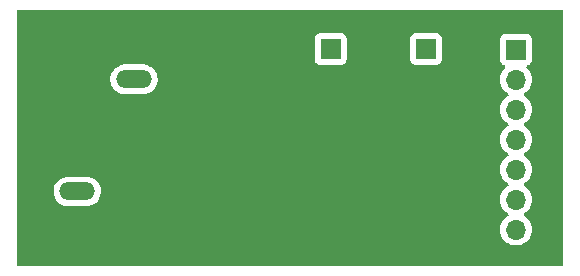
<source format=gbr>
%TF.GenerationSoftware,KiCad,Pcbnew,7.0.7*%
%TF.CreationDate,2023-09-29T20:54:03-04:00*%
%TF.ProjectId,Little_Master_Board,4c697474-6c65-45f4-9d61-737465725f42,B*%
%TF.SameCoordinates,Original*%
%TF.FileFunction,Copper,L2,Bot*%
%TF.FilePolarity,Positive*%
%FSLAX46Y46*%
G04 Gerber Fmt 4.6, Leading zero omitted, Abs format (unit mm)*
G04 Created by KiCad (PCBNEW 7.0.7) date 2023-09-29 20:54:03*
%MOMM*%
%LPD*%
G01*
G04 APERTURE LIST*
%TA.AperFunction,ComponentPad*%
%ADD10R,1.700000X1.700000*%
%TD*%
%TA.AperFunction,ComponentPad*%
%ADD11O,1.700000X1.700000*%
%TD*%
%TA.AperFunction,ComponentPad*%
%ADD12O,1.508000X3.016000*%
%TD*%
%TA.AperFunction,ComponentPad*%
%ADD13O,3.016000X1.508000*%
%TD*%
%TA.AperFunction,ViaPad*%
%ADD14C,0.508000*%
%TD*%
G04 APERTURE END LIST*
D10*
%TO.P,J1,1,Pin_1*%
%TO.N,Net-(J1-Pin_1)*%
X153974800Y-61595000D03*
D11*
%TO.P,J1,2,Pin_2*%
%TO.N,Net-(J1-Pin_2)*%
X153974800Y-64135000D03*
%TO.P,J1,3,Pin_3*%
%TO.N,/T1IN*%
X153974800Y-66675000D03*
%TO.P,J1,4,Pin_4*%
%TO.N,/R1OUT*%
X153974800Y-69215000D03*
%TO.P,J1,5,Pin_5*%
%TO.N,/~{EN}*%
X153974800Y-71755000D03*
%TO.P,J1,6,Pin_6*%
%TO.N,VCC*%
X153974800Y-74295000D03*
%TO.P,J1,7,Pin_7*%
X153974800Y-76835000D03*
%TO.P,J1,8,Pin_8*%
%TO.N,GND*%
X156514800Y-76835000D03*
%TO.P,J1,9,Pin_9*%
X156514800Y-74295000D03*
%TO.P,J1,10,Pin_10*%
X156514800Y-71755000D03*
%TO.P,J1,11,Pin_11*%
X156514800Y-69215000D03*
%TO.P,J1,12,Pin_12*%
X156514800Y-66675000D03*
%TO.P,J1,13,Pin_13*%
X156514800Y-64135000D03*
%TO.P,J1,14,Pin_14*%
X156514800Y-61595000D03*
%TD*%
D10*
%TO.P,J4,1,Pin_1*%
%TO.N,Net-(J1-Pin_2)*%
X138277600Y-61544200D03*
D11*
%TO.P,J4,2,Pin_2*%
%TO.N,GND*%
X135737600Y-61544200D03*
%TD*%
D12*
%TO.P,J3,1,Pin_1*%
%TO.N,GND*%
X113334800Y-69113400D03*
D13*
%TO.P,J3,2,Pin_2*%
%TO.N,Net-(J3-Pin_2)*%
X116834800Y-73613400D03*
%TO.P,J3,3,Pin_3*%
%TO.N,Net-(J3-Pin_3)*%
X121634800Y-64113400D03*
%TD*%
D10*
%TO.P,J2,1,Pin_1*%
%TO.N,Net-(J1-Pin_1)*%
X146354800Y-61544200D03*
D11*
%TO.P,J2,2,Pin_2*%
%TO.N,GND*%
X143814800Y-61544200D03*
%TD*%
D14*
%TO.N,GND*%
X137285800Y-71653400D03*
X148463000Y-67665600D03*
X146431000Y-71631400D03*
X135253800Y-67691000D03*
X135431600Y-70789800D03*
X146431000Y-67731400D03*
%TD*%
%TA.AperFunction,Conductor*%
%TO.N,GND*%
G36*
X157930539Y-58236985D02*
G01*
X157976294Y-58289789D01*
X157987500Y-58341300D01*
X157987500Y-79834700D01*
X157967815Y-79901739D01*
X157915011Y-79947494D01*
X157863500Y-79958700D01*
X111833700Y-79958700D01*
X111766661Y-79939015D01*
X111720906Y-79886211D01*
X111709700Y-79834700D01*
X111709700Y-76835000D01*
X152619141Y-76835000D01*
X152639736Y-77070403D01*
X152639738Y-77070413D01*
X152700894Y-77298655D01*
X152700896Y-77298659D01*
X152700897Y-77298663D01*
X152800764Y-77512829D01*
X152800765Y-77512830D01*
X152800767Y-77512834D01*
X152909081Y-77667521D01*
X152936305Y-77706401D01*
X153103399Y-77873495D01*
X153200184Y-77941264D01*
X153296965Y-78009032D01*
X153296967Y-78009033D01*
X153296970Y-78009035D01*
X153511137Y-78108903D01*
X153739392Y-78170063D01*
X153927718Y-78186539D01*
X153974799Y-78190659D01*
X153974800Y-78190659D01*
X153974801Y-78190659D01*
X154014034Y-78187226D01*
X154210208Y-78170063D01*
X154438463Y-78108903D01*
X154652630Y-78009035D01*
X154846201Y-77873495D01*
X155013295Y-77706401D01*
X155148835Y-77512830D01*
X155248703Y-77298663D01*
X155309863Y-77070408D01*
X155330459Y-76835000D01*
X155309863Y-76599592D01*
X155248703Y-76371337D01*
X155148835Y-76157171D01*
X155013295Y-75963599D01*
X155013294Y-75963597D01*
X154846202Y-75796506D01*
X154846196Y-75796501D01*
X154660642Y-75666575D01*
X154617017Y-75611998D01*
X154609823Y-75542500D01*
X154641346Y-75480145D01*
X154660642Y-75463425D01*
X154682826Y-75447891D01*
X154846201Y-75333495D01*
X155013295Y-75166401D01*
X155148835Y-74972830D01*
X155248703Y-74758663D01*
X155309863Y-74530408D01*
X155330459Y-74295000D01*
X155309863Y-74059592D01*
X155248703Y-73831337D01*
X155148835Y-73617171D01*
X155027809Y-73444326D01*
X155013294Y-73423597D01*
X154846202Y-73256506D01*
X154846196Y-73256501D01*
X154660642Y-73126575D01*
X154617017Y-73071998D01*
X154609823Y-73002500D01*
X154641346Y-72940145D01*
X154660642Y-72923425D01*
X154796821Y-72828071D01*
X154846201Y-72793495D01*
X155013295Y-72626401D01*
X155148835Y-72432830D01*
X155248703Y-72218663D01*
X155309863Y-71990408D01*
X155330459Y-71755000D01*
X155309863Y-71519592D01*
X155248703Y-71291337D01*
X155148835Y-71077171D01*
X155013295Y-70883599D01*
X155013294Y-70883597D01*
X154846202Y-70716506D01*
X154846196Y-70716501D01*
X154660642Y-70586575D01*
X154617017Y-70531998D01*
X154609823Y-70462500D01*
X154641346Y-70400145D01*
X154660642Y-70383425D01*
X154682826Y-70367891D01*
X154846201Y-70253495D01*
X155013295Y-70086401D01*
X155148835Y-69892830D01*
X155248703Y-69678663D01*
X155309863Y-69450408D01*
X155330459Y-69215000D01*
X155309863Y-68979592D01*
X155248703Y-68751337D01*
X155148835Y-68537171D01*
X155013295Y-68343599D01*
X155013294Y-68343597D01*
X154846202Y-68176506D01*
X154846196Y-68176501D01*
X154660642Y-68046575D01*
X154617017Y-67991998D01*
X154609823Y-67922500D01*
X154641346Y-67860145D01*
X154660642Y-67843425D01*
X154682826Y-67827891D01*
X154846201Y-67713495D01*
X155013295Y-67546401D01*
X155148835Y-67352830D01*
X155248703Y-67138663D01*
X155309863Y-66910408D01*
X155330459Y-66675000D01*
X155309863Y-66439592D01*
X155248703Y-66211337D01*
X155148835Y-65997171D01*
X155013295Y-65803599D01*
X155013294Y-65803597D01*
X154846202Y-65636506D01*
X154846196Y-65636501D01*
X154660642Y-65506575D01*
X154617017Y-65451998D01*
X154609823Y-65382500D01*
X154641346Y-65320145D01*
X154660642Y-65303425D01*
X154682826Y-65287891D01*
X154846201Y-65173495D01*
X155013295Y-65006401D01*
X155148835Y-64812830D01*
X155248703Y-64598663D01*
X155309863Y-64370408D01*
X155330459Y-64135000D01*
X155309863Y-63899592D01*
X155248703Y-63671337D01*
X155148835Y-63457171D01*
X155122463Y-63419508D01*
X155013296Y-63263600D01*
X154992654Y-63242958D01*
X154891367Y-63141671D01*
X154857884Y-63080351D01*
X154862868Y-63010659D01*
X154904739Y-62954725D01*
X154935715Y-62937810D01*
X155067131Y-62888796D01*
X155182346Y-62802546D01*
X155268596Y-62687331D01*
X155318891Y-62552483D01*
X155325300Y-62492873D01*
X155325299Y-60697128D01*
X155318891Y-60637517D01*
X155299943Y-60586716D01*
X155268597Y-60502671D01*
X155268593Y-60502664D01*
X155182347Y-60387455D01*
X155182344Y-60387452D01*
X155067135Y-60301206D01*
X155067128Y-60301202D01*
X154932282Y-60250908D01*
X154932283Y-60250908D01*
X154872683Y-60244501D01*
X154872681Y-60244500D01*
X154872673Y-60244500D01*
X154872664Y-60244500D01*
X153076929Y-60244500D01*
X153076923Y-60244501D01*
X153017316Y-60250908D01*
X152882471Y-60301202D01*
X152882464Y-60301206D01*
X152767255Y-60387452D01*
X152767252Y-60387455D01*
X152681006Y-60502664D01*
X152681002Y-60502671D01*
X152630708Y-60637517D01*
X152624301Y-60697116D01*
X152624301Y-60697123D01*
X152624300Y-60697135D01*
X152624300Y-62492870D01*
X152624301Y-62492876D01*
X152630708Y-62552483D01*
X152681002Y-62687328D01*
X152681006Y-62687335D01*
X152767252Y-62802544D01*
X152767255Y-62802547D01*
X152882464Y-62888793D01*
X152882471Y-62888797D01*
X153013881Y-62937810D01*
X153069815Y-62979681D01*
X153094232Y-63045145D01*
X153079380Y-63113418D01*
X153058230Y-63141673D01*
X152936303Y-63263600D01*
X152800765Y-63457169D01*
X152800764Y-63457171D01*
X152700898Y-63671335D01*
X152700894Y-63671344D01*
X152639738Y-63899586D01*
X152639736Y-63899596D01*
X152619141Y-64134999D01*
X152619141Y-64135000D01*
X152639736Y-64370403D01*
X152639738Y-64370413D01*
X152700894Y-64598655D01*
X152700896Y-64598659D01*
X152700897Y-64598663D01*
X152705458Y-64608443D01*
X152800765Y-64812830D01*
X152800767Y-64812834D01*
X152936301Y-65006395D01*
X152936306Y-65006402D01*
X153103397Y-65173493D01*
X153103403Y-65173498D01*
X153288958Y-65303425D01*
X153332583Y-65358002D01*
X153339777Y-65427500D01*
X153308254Y-65489855D01*
X153288958Y-65506575D01*
X153103397Y-65636505D01*
X152936305Y-65803597D01*
X152800765Y-65997169D01*
X152800764Y-65997171D01*
X152700898Y-66211335D01*
X152700894Y-66211344D01*
X152639738Y-66439586D01*
X152639736Y-66439596D01*
X152619141Y-66674999D01*
X152619141Y-66675000D01*
X152639736Y-66910403D01*
X152639738Y-66910413D01*
X152700894Y-67138655D01*
X152700896Y-67138659D01*
X152700897Y-67138663D01*
X152800764Y-67352829D01*
X152800765Y-67352830D01*
X152800767Y-67352834D01*
X152936301Y-67546395D01*
X152936306Y-67546402D01*
X153103397Y-67713493D01*
X153103403Y-67713498D01*
X153288958Y-67843425D01*
X153332583Y-67898002D01*
X153339777Y-67967500D01*
X153308254Y-68029855D01*
X153288958Y-68046575D01*
X153103397Y-68176505D01*
X152936305Y-68343597D01*
X152800765Y-68537169D01*
X152800764Y-68537171D01*
X152700898Y-68751335D01*
X152700894Y-68751344D01*
X152639738Y-68979586D01*
X152639736Y-68979596D01*
X152619141Y-69214999D01*
X152619141Y-69215000D01*
X152639736Y-69450403D01*
X152639738Y-69450413D01*
X152700894Y-69678655D01*
X152700896Y-69678659D01*
X152700897Y-69678663D01*
X152800765Y-69892829D01*
X152800765Y-69892830D01*
X152800767Y-69892834D01*
X152936301Y-70086395D01*
X152936306Y-70086402D01*
X153103397Y-70253493D01*
X153103403Y-70253498D01*
X153288958Y-70383425D01*
X153332583Y-70438002D01*
X153339777Y-70507500D01*
X153308254Y-70569855D01*
X153288958Y-70586575D01*
X153103397Y-70716505D01*
X152936305Y-70883597D01*
X152800765Y-71077169D01*
X152800764Y-71077171D01*
X152700898Y-71291335D01*
X152700894Y-71291344D01*
X152639738Y-71519586D01*
X152639736Y-71519596D01*
X152619141Y-71754999D01*
X152619141Y-71755000D01*
X152639736Y-71990403D01*
X152639738Y-71990413D01*
X152700894Y-72218655D01*
X152700896Y-72218659D01*
X152700897Y-72218663D01*
X152766291Y-72358900D01*
X152800765Y-72432830D01*
X152800767Y-72432834D01*
X152936301Y-72626395D01*
X152936306Y-72626402D01*
X153103397Y-72793493D01*
X153103403Y-72793498D01*
X153288958Y-72923425D01*
X153332583Y-72978002D01*
X153339777Y-73047500D01*
X153308254Y-73109855D01*
X153288958Y-73126575D01*
X153103397Y-73256505D01*
X152936305Y-73423597D01*
X152800765Y-73617169D01*
X152800764Y-73617171D01*
X152700898Y-73831335D01*
X152700894Y-73831344D01*
X152639738Y-74059586D01*
X152639736Y-74059596D01*
X152619141Y-74294999D01*
X152619141Y-74295000D01*
X152639736Y-74530403D01*
X152639738Y-74530413D01*
X152700894Y-74758655D01*
X152700896Y-74758659D01*
X152700897Y-74758663D01*
X152733034Y-74827580D01*
X152800765Y-74972830D01*
X152800767Y-74972834D01*
X152936301Y-75166395D01*
X152936306Y-75166402D01*
X153103397Y-75333493D01*
X153103403Y-75333498D01*
X153288958Y-75463425D01*
X153332583Y-75518002D01*
X153339777Y-75587500D01*
X153308254Y-75649855D01*
X153288958Y-75666575D01*
X153103397Y-75796505D01*
X152936305Y-75963597D01*
X152800765Y-76157169D01*
X152800764Y-76157171D01*
X152700898Y-76371335D01*
X152700894Y-76371344D01*
X152639738Y-76599586D01*
X152639736Y-76599596D01*
X152619141Y-76834999D01*
X152619141Y-76835000D01*
X111709700Y-76835000D01*
X111709700Y-73669906D01*
X114822496Y-73669906D01*
X114822497Y-73669910D01*
X114852809Y-73893681D01*
X114852810Y-73893684D01*
X114922589Y-74108444D01*
X115029594Y-74307291D01*
X115029596Y-74307294D01*
X115170386Y-74483839D01*
X115340439Y-74632411D01*
X115340440Y-74632412D01*
X115340443Y-74632414D01*
X115534293Y-74748234D01*
X115745707Y-74827580D01*
X115745708Y-74827580D01*
X115967890Y-74867900D01*
X115967893Y-74867900D01*
X117645137Y-74867900D01*
X117645143Y-74867900D01*
X117803243Y-74853670D01*
X117813706Y-74852729D01*
X118031370Y-74792658D01*
X118031375Y-74792655D01*
X118031382Y-74792654D01*
X118234833Y-74694677D01*
X118417521Y-74561947D01*
X118573572Y-74398730D01*
X118697973Y-74210271D01*
X118786723Y-74002629D01*
X118836972Y-73782476D01*
X118847103Y-73556890D01*
X118816791Y-73333119D01*
X118747011Y-73118357D01*
X118640004Y-72919506D01*
X118567086Y-72828070D01*
X118499213Y-72742960D01*
X118329160Y-72594388D01*
X118224946Y-72532123D01*
X118135307Y-72478566D01*
X118016954Y-72434147D01*
X117923891Y-72399219D01*
X117701710Y-72358900D01*
X117701707Y-72358900D01*
X116024457Y-72358900D01*
X115993071Y-72361724D01*
X115855893Y-72374070D01*
X115638229Y-72434141D01*
X115638214Y-72434147D01*
X115434773Y-72532119D01*
X115434765Y-72532123D01*
X115252084Y-72664848D01*
X115252082Y-72664849D01*
X115096026Y-72828071D01*
X114971628Y-73016525D01*
X114882877Y-73224172D01*
X114882875Y-73224178D01*
X114832628Y-73444322D01*
X114832628Y-73444326D01*
X114822496Y-73669906D01*
X111709700Y-73669906D01*
X111709700Y-64169906D01*
X119622496Y-64169906D01*
X119622497Y-64169910D01*
X119652809Y-64393681D01*
X119652810Y-64393684D01*
X119722589Y-64608444D01*
X119829594Y-64807291D01*
X119829596Y-64807294D01*
X119970386Y-64983839D01*
X120140439Y-65132411D01*
X120140440Y-65132412D01*
X120140443Y-65132414D01*
X120334293Y-65248234D01*
X120525898Y-65320145D01*
X120545708Y-65327580D01*
X120767890Y-65367900D01*
X120767893Y-65367900D01*
X122445137Y-65367900D01*
X122445143Y-65367900D01*
X122603243Y-65353670D01*
X122613706Y-65352729D01*
X122831370Y-65292658D01*
X122831375Y-65292655D01*
X122831382Y-65292654D01*
X123034833Y-65194677D01*
X123217521Y-65061947D01*
X123373572Y-64898730D01*
X123497973Y-64710271D01*
X123586723Y-64502629D01*
X123636972Y-64282476D01*
X123647103Y-64056890D01*
X123616791Y-63833119D01*
X123547011Y-63618357D01*
X123440004Y-63419506D01*
X123299211Y-63242958D01*
X123209807Y-63164848D01*
X123129160Y-63094388D01*
X123024946Y-63032123D01*
X122935307Y-62978566D01*
X122816954Y-62934147D01*
X122723891Y-62899219D01*
X122501710Y-62858900D01*
X122501707Y-62858900D01*
X120824457Y-62858900D01*
X120793071Y-62861724D01*
X120655893Y-62874070D01*
X120438229Y-62934141D01*
X120438214Y-62934147D01*
X120234773Y-63032119D01*
X120234765Y-63032123D01*
X120052084Y-63164848D01*
X120052082Y-63164849D01*
X119896026Y-63328071D01*
X119771628Y-63516525D01*
X119682877Y-63724172D01*
X119682875Y-63724178D01*
X119632628Y-63944322D01*
X119632628Y-63944326D01*
X119622496Y-64169906D01*
X111709700Y-64169906D01*
X111709700Y-62442070D01*
X136927100Y-62442070D01*
X136927101Y-62442076D01*
X136933508Y-62501683D01*
X136983802Y-62636528D01*
X136983806Y-62636535D01*
X137070052Y-62751744D01*
X137070055Y-62751747D01*
X137185264Y-62837993D01*
X137185271Y-62837997D01*
X137320117Y-62888291D01*
X137320116Y-62888291D01*
X137324786Y-62888793D01*
X137379727Y-62894700D01*
X139175472Y-62894699D01*
X139235083Y-62888291D01*
X139369931Y-62837996D01*
X139485146Y-62751746D01*
X139571396Y-62636531D01*
X139621691Y-62501683D01*
X139628100Y-62442073D01*
X139628100Y-62442070D01*
X145004300Y-62442070D01*
X145004301Y-62442076D01*
X145010708Y-62501683D01*
X145061002Y-62636528D01*
X145061006Y-62636535D01*
X145147252Y-62751744D01*
X145147255Y-62751747D01*
X145262464Y-62837993D01*
X145262471Y-62837997D01*
X145397317Y-62888291D01*
X145397316Y-62888291D01*
X145401986Y-62888793D01*
X145456927Y-62894700D01*
X147252672Y-62894699D01*
X147312283Y-62888291D01*
X147447131Y-62837996D01*
X147562346Y-62751746D01*
X147648596Y-62636531D01*
X147698891Y-62501683D01*
X147705300Y-62442073D01*
X147705299Y-60646328D01*
X147698891Y-60586717D01*
X147667541Y-60502664D01*
X147648597Y-60451871D01*
X147648593Y-60451864D01*
X147562347Y-60336655D01*
X147562344Y-60336652D01*
X147447135Y-60250406D01*
X147447128Y-60250402D01*
X147312282Y-60200108D01*
X147312283Y-60200108D01*
X147252683Y-60193701D01*
X147252681Y-60193700D01*
X147252673Y-60193700D01*
X147252664Y-60193700D01*
X145456929Y-60193700D01*
X145456923Y-60193701D01*
X145397316Y-60200108D01*
X145262471Y-60250402D01*
X145262464Y-60250406D01*
X145147255Y-60336652D01*
X145147252Y-60336655D01*
X145061006Y-60451864D01*
X145061002Y-60451871D01*
X145010708Y-60586717D01*
X145005247Y-60637516D01*
X145004301Y-60646323D01*
X145004300Y-60646335D01*
X145004300Y-62442070D01*
X139628100Y-62442070D01*
X139628099Y-60646328D01*
X139621691Y-60586717D01*
X139590341Y-60502664D01*
X139571397Y-60451871D01*
X139571393Y-60451864D01*
X139485147Y-60336655D01*
X139485144Y-60336652D01*
X139369935Y-60250406D01*
X139369928Y-60250402D01*
X139235082Y-60200108D01*
X139235083Y-60200108D01*
X139175483Y-60193701D01*
X139175481Y-60193700D01*
X139175473Y-60193700D01*
X139175464Y-60193700D01*
X137379729Y-60193700D01*
X137379723Y-60193701D01*
X137320116Y-60200108D01*
X137185271Y-60250402D01*
X137185264Y-60250406D01*
X137070055Y-60336652D01*
X137070052Y-60336655D01*
X136983806Y-60451864D01*
X136983802Y-60451871D01*
X136933508Y-60586717D01*
X136928047Y-60637516D01*
X136927101Y-60646323D01*
X136927100Y-60646335D01*
X136927100Y-62442070D01*
X111709700Y-62442070D01*
X111709700Y-58341300D01*
X111729385Y-58274261D01*
X111782189Y-58228506D01*
X111833700Y-58217300D01*
X157863500Y-58217300D01*
X157930539Y-58236985D01*
G37*
%TD.AperFunction*%
%TD*%
M02*

</source>
